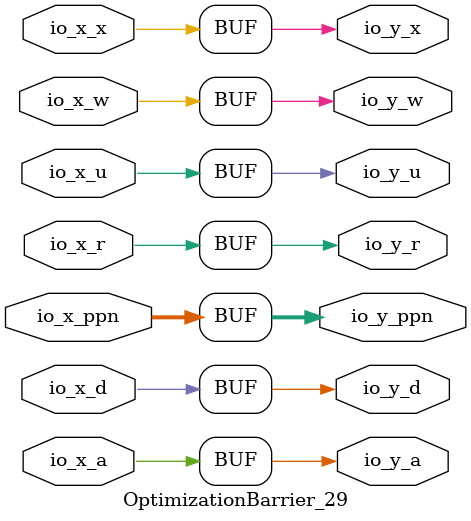
<source format=sv>
`ifndef RANDOMIZE
  `ifdef RANDOMIZE_MEM_INIT
    `define RANDOMIZE
  `endif // RANDOMIZE_MEM_INIT
`endif // not def RANDOMIZE
`ifndef RANDOMIZE
  `ifdef RANDOMIZE_REG_INIT
    `define RANDOMIZE
  `endif // RANDOMIZE_REG_INIT
`endif // not def RANDOMIZE

`ifndef RANDOM
  `define RANDOM $random
`endif // not def RANDOM

// Users can define INIT_RANDOM as general code that gets injected into the
// initializer block for modules with registers.
`ifndef INIT_RANDOM
  `define INIT_RANDOM
`endif // not def INIT_RANDOM

// If using random initialization, you can also define RANDOMIZE_DELAY to
// customize the delay used, otherwise 0.002 is used.
`ifndef RANDOMIZE_DELAY
  `define RANDOMIZE_DELAY 0.002
`endif // not def RANDOMIZE_DELAY

// Define INIT_RANDOM_PROLOG_ for use in our modules below.
`ifndef INIT_RANDOM_PROLOG_
  `ifdef RANDOMIZE
    `ifdef VERILATOR
      `define INIT_RANDOM_PROLOG_ `INIT_RANDOM
    `else  // VERILATOR
      `define INIT_RANDOM_PROLOG_ `INIT_RANDOM #`RANDOMIZE_DELAY begin end
    `endif // VERILATOR
  `else  // RANDOMIZE
    `define INIT_RANDOM_PROLOG_
  `endif // RANDOMIZE
`endif // not def INIT_RANDOM_PROLOG_

// Include register initializers in init blocks unless synthesis is set
`ifndef SYNTHESIS
  `ifndef ENABLE_INITIAL_REG_
    `define ENABLE_INITIAL_REG_
  `endif // not def ENABLE_INITIAL_REG_
`endif // not def SYNTHESIS

// Include rmemory initializers in init blocks unless synthesis is set
`ifndef SYNTHESIS
  `ifndef ENABLE_INITIAL_MEM_
    `define ENABLE_INITIAL_MEM_
  `endif // not def ENABLE_INITIAL_MEM_
`endif // not def SYNTHESIS

// Standard header to adapt well known macros for prints and assertions.

// Users can define 'PRINTF_COND' to add an extra gate to prints.
`ifndef PRINTF_COND_
  `ifdef PRINTF_COND
    `define PRINTF_COND_ (`PRINTF_COND)
  `else  // PRINTF_COND
    `define PRINTF_COND_ 1
  `endif // PRINTF_COND
`endif // not def PRINTF_COND_

// Users can define 'ASSERT_VERBOSE_COND' to add an extra gate to assert error printing.
`ifndef ASSERT_VERBOSE_COND_
  `ifdef ASSERT_VERBOSE_COND
    `define ASSERT_VERBOSE_COND_ (`ASSERT_VERBOSE_COND)
  `else  // ASSERT_VERBOSE_COND
    `define ASSERT_VERBOSE_COND_ 1
  `endif // ASSERT_VERBOSE_COND
`endif // not def ASSERT_VERBOSE_COND_

// Users can define 'STOP_COND' to add an extra gate to stop conditions.
`ifndef STOP_COND_
  `ifdef STOP_COND
    `define STOP_COND_ (`STOP_COND)
  `else  // STOP_COND
    `define STOP_COND_ 1
  `endif // STOP_COND
`endif // not def STOP_COND_

module OptimizationBarrier_29(
  input  [43:0] io_x_ppn,	// @[generators/rocket-chip/src/main/scala/util/package.scala:260:18]
  input         io_x_d,	// @[generators/rocket-chip/src/main/scala/util/package.scala:260:18]
                io_x_a,	// @[generators/rocket-chip/src/main/scala/util/package.scala:260:18]
                io_x_u,	// @[generators/rocket-chip/src/main/scala/util/package.scala:260:18]
                io_x_x,	// @[generators/rocket-chip/src/main/scala/util/package.scala:260:18]
                io_x_w,	// @[generators/rocket-chip/src/main/scala/util/package.scala:260:18]
                io_x_r,	// @[generators/rocket-chip/src/main/scala/util/package.scala:260:18]
  output [43:0] io_y_ppn,	// @[generators/rocket-chip/src/main/scala/util/package.scala:260:18]
  output        io_y_d,	// @[generators/rocket-chip/src/main/scala/util/package.scala:260:18]
                io_y_a,	// @[generators/rocket-chip/src/main/scala/util/package.scala:260:18]
                io_y_u,	// @[generators/rocket-chip/src/main/scala/util/package.scala:260:18]
                io_y_x,	// @[generators/rocket-chip/src/main/scala/util/package.scala:260:18]
                io_y_w,	// @[generators/rocket-chip/src/main/scala/util/package.scala:260:18]
                io_y_r	// @[generators/rocket-chip/src/main/scala/util/package.scala:260:18]
);

  assign io_y_ppn = io_x_ppn;
  assign io_y_d = io_x_d;
  assign io_y_a = io_x_a;
  assign io_y_u = io_x_u;
  assign io_y_x = io_x_x;
  assign io_y_w = io_x_w;
  assign io_y_r = io_x_r;
endmodule


</source>
